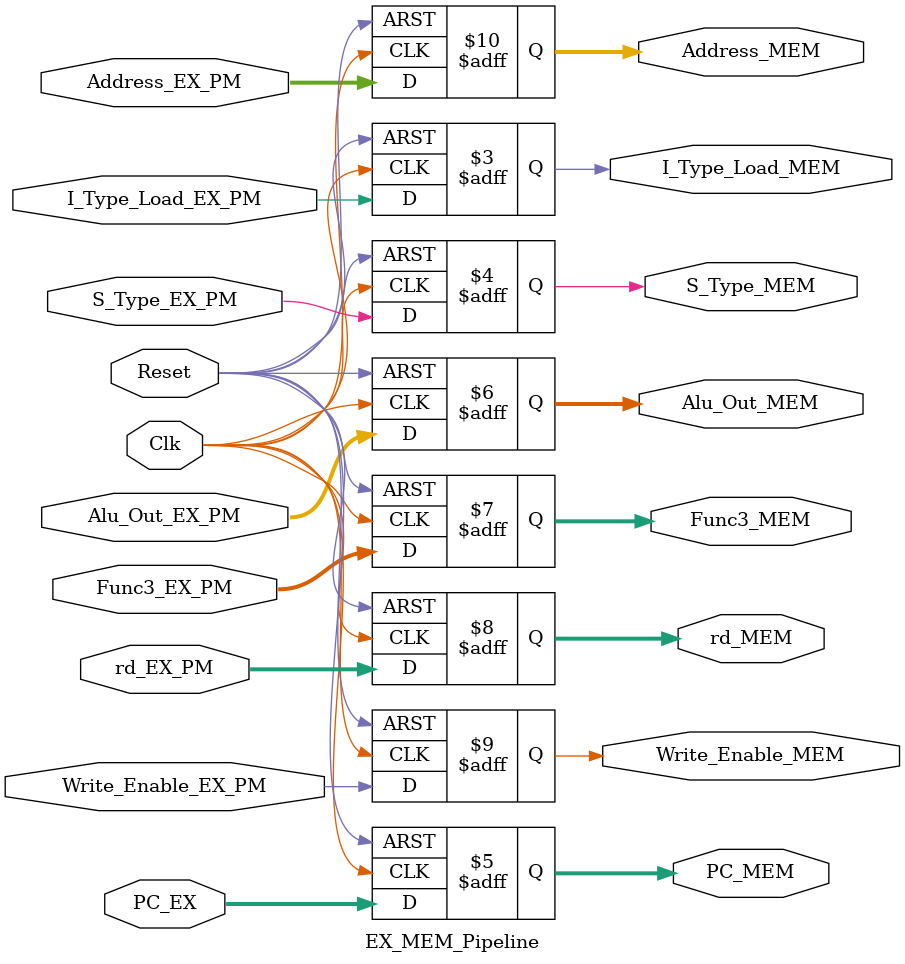
<source format=v>
`timescale 1ns / 1ps

module EX_MEM_Pipeline(
input Clk, Reset,

input I_Type_Load_EX_PM, 
input S_Type_EX_PM,
input [31:0] PC_EX,
input [31:0] Alu_Out_EX_PM,
input [2:0] Func3_EX_PM,
input [4:0] rd_EX_PM,   //Address of rd
input Write_Enable_EX_PM,
input [31:0] Address_EX_PM,		//Output of ALU

output reg I_Type_Load_MEM, S_Type_MEM,
output reg [31:0] PC_MEM,
output reg [31:0] Alu_Out_MEM,
output reg [2:0] Func3_MEM,
output reg [4:0] rd_MEM,   //Address of rd
output reg Write_Enable_MEM,
output reg [31:0] Address_MEM		//Output of ALU
);

always @(posedge Clk, posedge Reset)
        if (Reset==1) begin                                                 //Resetting the value
            I_Type_Load_MEM <= 0; 
            S_Type_MEM <= 0;
            PC_MEM <= 0;
            Alu_Out_MEM <= 0;
            Func3_MEM <= 0;
            rd_MEM <= 0;   
            Address_MEM <= 0;
            Write_Enable_MEM <= 1'b1;	
            end
        else begin
            I_Type_Load_MEM <= I_Type_Load_EX_PM; 
            S_Type_MEM <= S_Type_EX_PM;
            PC_MEM <= PC_EX;
            Alu_Out_MEM <= Alu_Out_EX_PM;
            Func3_MEM <= Func3_EX_PM;
            rd_MEM <= rd_EX_PM;   
            Address_MEM <= Address_EX_PM;
            Write_Enable_MEM <= Write_Enable_EX_PM;	
            end 
            
/*always@(posedge Clk) begin
$display("\n EX_MEM_Pipeline");
$display("I_Type_Load_MEM: %b",I_Type_Load_MEM);
$display("S_Type_MEM: %b",S_Type_MEM);
$display("Immediate_MEM: %b",Immediate_MEM);
$display("PC_MEM: %b",PC_MEM);
$display("Rout2_MEM: %b",Rout2_MEM);
$display("Func3_MEM: %b",Func3_MEM);
$display("rd_MEM: %b",rd_MEM);
$display("WriteBack_Control_MEM: %b",WriteBack_Control_MEM);
$display("Alu_Out_MEM: %b",Alu_Out_MEM);
end*/
   
endmodule

</source>
